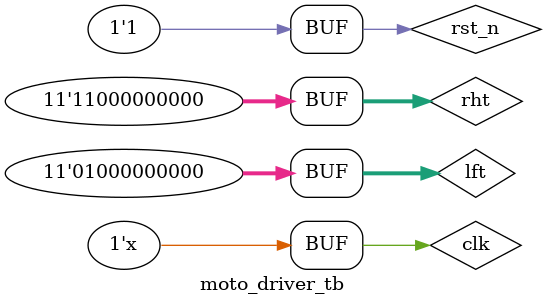
<source format=v>
module motor_driver(clk, rst_n, lft, rht, fwd_lft, rev_lft, fwd_rht, rev_rht);
	
	input clk, rst_n;
	input [10:0] lft, rht;
	
	output wire fwd_lft, rev_lft, fwd_rht, rev_rht;
	
	wire [9:0] mag_lft, mag_rht;
	wire PWM_left, PWM_right;

	assign mag_lft = lft[9:0];
	assign mag_rht = rht[9:0];
	
	PWM pwm_lft(.clk(clk), .rst_n(rst_n), .duty(mag_lft), .PWM_sig(PWM_left));
	PWM pwm_rht(.clk(clk), .rst_n(rst_n), .duty(mag_rht), .PWM_sig(PWM_right));
	
	assign fwd_lft = lft[10] ? 0 : PWM_left;
	assign rev_lft = lft[10] ? PWM_left : 0;         // Optimize here for Area
		
	assign fwd_rht = rht[10] ? 0 : PWM_right;
	assign rev_rht = rht[10] ? PWM_right : 0;
	

endmodule

module moto_driver_tb();

	reg clk, rst_n;
	reg [10:0] lft, rht;

	wire fwd_lft, rev_lft, fwd_rht, rev_rht; 

motor_driver mtr_drv(.clk(clk), .rst_n(rst_n), .lft(lft), .rht(rht), .fwd_lft(fwd_lft), .rev_lft(rev_lft), .fwd_rht(fwd_rht), .rev_rht(rev_rht));

	initial begin
	#0 clk = 0;
	   rst_n = 0;
	#11 rst_n = 1;
	#2  lft = 512;
	    rht = 1536;
	end

	always @(clk)
	clk <= #5 ~clk;

endmodule	 
</source>
